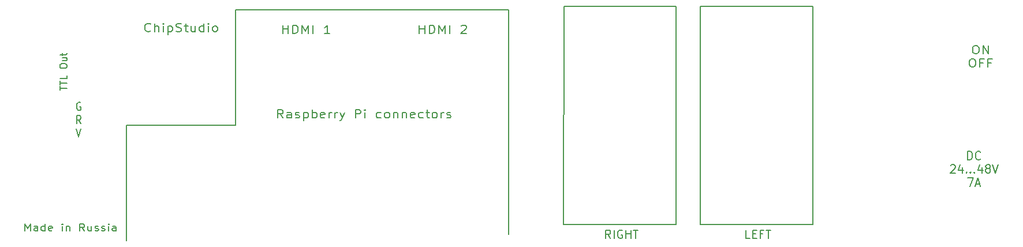
<source format=gbr>
%TF.GenerationSoftware,KiCad,Pcbnew,(5.1.12)-1*%
%TF.CreationDate,2022-01-10T16:23:42+03:00*%
%TF.ProjectId,ADAU1701_backpanel,41444155-3137-4303-915f-6261636b7061,rev?*%
%TF.SameCoordinates,Original*%
%TF.FileFunction,Legend,Top*%
%TF.FilePolarity,Positive*%
%FSLAX46Y46*%
G04 Gerber Fmt 4.6, Leading zero omitted, Abs format (unit mm)*
G04 Created by KiCad (PCBNEW (5.1.12)-1) date 2022-01-10 16:23:42*
%MOMM*%
%LPD*%
G01*
G04 APERTURE LIST*
%ADD10C,0.200000*%
%ADD11C,0.150000*%
%ADD12C,0.180000*%
G04 APERTURE END LIST*
D10*
X161857142Y-136042857D02*
X161285714Y-136042857D01*
X161285714Y-134842857D01*
X162257142Y-135414285D02*
X162657142Y-135414285D01*
X162828571Y-136042857D02*
X162257142Y-136042857D01*
X162257142Y-134842857D01*
X162828571Y-134842857D01*
X163742857Y-135414285D02*
X163342857Y-135414285D01*
X163342857Y-136042857D02*
X163342857Y-134842857D01*
X163914285Y-134842857D01*
X164200000Y-134842857D02*
X164885714Y-134842857D01*
X164542857Y-136042857D02*
X164542857Y-134842857D01*
X141400000Y-136042857D02*
X141000000Y-135471428D01*
X140714285Y-136042857D02*
X140714285Y-134842857D01*
X141171428Y-134842857D01*
X141285714Y-134900000D01*
X141342857Y-134957142D01*
X141400000Y-135071428D01*
X141400000Y-135242857D01*
X141342857Y-135357142D01*
X141285714Y-135414285D01*
X141171428Y-135471428D01*
X140714285Y-135471428D01*
X141914285Y-136042857D02*
X141914285Y-134842857D01*
X143114285Y-134900000D02*
X143000000Y-134842857D01*
X142828571Y-134842857D01*
X142657142Y-134900000D01*
X142542857Y-135014285D01*
X142485714Y-135128571D01*
X142428571Y-135357142D01*
X142428571Y-135528571D01*
X142485714Y-135757142D01*
X142542857Y-135871428D01*
X142657142Y-135985714D01*
X142828571Y-136042857D01*
X142942857Y-136042857D01*
X143114285Y-135985714D01*
X143171428Y-135928571D01*
X143171428Y-135528571D01*
X142942857Y-135528571D01*
X143685714Y-136042857D02*
X143685714Y-134842857D01*
X143685714Y-135414285D02*
X144371428Y-135414285D01*
X144371428Y-136042857D02*
X144371428Y-134842857D01*
X144771428Y-134842857D02*
X145457142Y-134842857D01*
X145114285Y-136042857D02*
X145114285Y-134842857D01*
D11*
X170600000Y-134000000D02*
X171100000Y-134000000D01*
X170600000Y-134000000D02*
X154600000Y-134000000D01*
X171100000Y-102000000D02*
X171100000Y-134000000D01*
X154600000Y-102000000D02*
X154600000Y-134000000D01*
X154600000Y-102000000D02*
X171100000Y-102000000D01*
X151000000Y-134000000D02*
X151050000Y-102000000D01*
X134550000Y-102000000D02*
X134500000Y-134000000D01*
X134500000Y-134000000D02*
X151000000Y-134000000D01*
X134550000Y-102000000D02*
X151050000Y-102000000D01*
X70450000Y-119500000D02*
X70450000Y-136400000D01*
X86450000Y-119500000D02*
X70450000Y-119500000D01*
X86450000Y-102500000D02*
X86450000Y-119500000D01*
X126450000Y-102500000D02*
X86450000Y-102500000D01*
X126450000Y-135500000D02*
X126450000Y-102500000D01*
X60652380Y-114314285D02*
X60652380Y-113742857D01*
X61652380Y-114028571D02*
X60652380Y-114028571D01*
X60652380Y-113552380D02*
X60652380Y-112980952D01*
X61652380Y-113266666D02*
X60652380Y-113266666D01*
X61652380Y-112171428D02*
X61652380Y-112647619D01*
X60652380Y-112647619D01*
X60652380Y-110885714D02*
X60652380Y-110695238D01*
X60700000Y-110600000D01*
X60795238Y-110504761D01*
X60985714Y-110457142D01*
X61319047Y-110457142D01*
X61509523Y-110504761D01*
X61604761Y-110600000D01*
X61652380Y-110695238D01*
X61652380Y-110885714D01*
X61604761Y-110980952D01*
X61509523Y-111076190D01*
X61319047Y-111123809D01*
X60985714Y-111123809D01*
X60795238Y-111076190D01*
X60700000Y-110980952D01*
X60652380Y-110885714D01*
X60985714Y-109600000D02*
X61652380Y-109600000D01*
X60985714Y-110028571D02*
X61509523Y-110028571D01*
X61604761Y-109980952D01*
X61652380Y-109885714D01*
X61652380Y-109742857D01*
X61604761Y-109647619D01*
X61557142Y-109600000D01*
X60985714Y-109266666D02*
X60985714Y-108885714D01*
X60652380Y-109123809D02*
X61509523Y-109123809D01*
X61604761Y-109076190D01*
X61652380Y-108980952D01*
X61652380Y-108885714D01*
X63661904Y-116150000D02*
X63566666Y-116092857D01*
X63423809Y-116092857D01*
X63280952Y-116150000D01*
X63185714Y-116264285D01*
X63138095Y-116378571D01*
X63090476Y-116607142D01*
X63090476Y-116778571D01*
X63138095Y-117007142D01*
X63185714Y-117121428D01*
X63280952Y-117235714D01*
X63423809Y-117292857D01*
X63519047Y-117292857D01*
X63661904Y-117235714D01*
X63709523Y-117178571D01*
X63709523Y-116778571D01*
X63519047Y-116778571D01*
X63709523Y-119242857D02*
X63376190Y-118671428D01*
X63138095Y-119242857D02*
X63138095Y-118042857D01*
X63519047Y-118042857D01*
X63614285Y-118100000D01*
X63661904Y-118157142D01*
X63709523Y-118271428D01*
X63709523Y-118442857D01*
X63661904Y-118557142D01*
X63614285Y-118614285D01*
X63519047Y-118671428D01*
X63138095Y-118671428D01*
X63066666Y-119992857D02*
X63400000Y-121192857D01*
X63733333Y-119992857D01*
X55514285Y-134952380D02*
X55514285Y-133952380D01*
X55914285Y-134666666D01*
X56314285Y-133952380D01*
X56314285Y-134952380D01*
X57400000Y-134952380D02*
X57400000Y-134428571D01*
X57342857Y-134333333D01*
X57228571Y-134285714D01*
X57000000Y-134285714D01*
X56885714Y-134333333D01*
X57400000Y-134904761D02*
X57285714Y-134952380D01*
X57000000Y-134952380D01*
X56885714Y-134904761D01*
X56828571Y-134809523D01*
X56828571Y-134714285D01*
X56885714Y-134619047D01*
X57000000Y-134571428D01*
X57285714Y-134571428D01*
X57400000Y-134523809D01*
X58485714Y-134952380D02*
X58485714Y-133952380D01*
X58485714Y-134904761D02*
X58371428Y-134952380D01*
X58142857Y-134952380D01*
X58028571Y-134904761D01*
X57971428Y-134857142D01*
X57914285Y-134761904D01*
X57914285Y-134476190D01*
X57971428Y-134380952D01*
X58028571Y-134333333D01*
X58142857Y-134285714D01*
X58371428Y-134285714D01*
X58485714Y-134333333D01*
X59514285Y-134904761D02*
X59400000Y-134952380D01*
X59171428Y-134952380D01*
X59057142Y-134904761D01*
X59000000Y-134809523D01*
X59000000Y-134428571D01*
X59057142Y-134333333D01*
X59171428Y-134285714D01*
X59400000Y-134285714D01*
X59514285Y-134333333D01*
X59571428Y-134428571D01*
X59571428Y-134523809D01*
X59000000Y-134619047D01*
X61000000Y-134952380D02*
X61000000Y-134285714D01*
X61000000Y-133952380D02*
X60942857Y-134000000D01*
X61000000Y-134047619D01*
X61057142Y-134000000D01*
X61000000Y-133952380D01*
X61000000Y-134047619D01*
X61571428Y-134285714D02*
X61571428Y-134952380D01*
X61571428Y-134380952D02*
X61628571Y-134333333D01*
X61742857Y-134285714D01*
X61914285Y-134285714D01*
X62028571Y-134333333D01*
X62085714Y-134428571D01*
X62085714Y-134952380D01*
X64257142Y-134952380D02*
X63857142Y-134476190D01*
X63571428Y-134952380D02*
X63571428Y-133952380D01*
X64028571Y-133952380D01*
X64142857Y-134000000D01*
X64200000Y-134047619D01*
X64257142Y-134142857D01*
X64257142Y-134285714D01*
X64200000Y-134380952D01*
X64142857Y-134428571D01*
X64028571Y-134476190D01*
X63571428Y-134476190D01*
X65285714Y-134285714D02*
X65285714Y-134952380D01*
X64771428Y-134285714D02*
X64771428Y-134809523D01*
X64828571Y-134904761D01*
X64942857Y-134952380D01*
X65114285Y-134952380D01*
X65228571Y-134904761D01*
X65285714Y-134857142D01*
X65800000Y-134904761D02*
X65914285Y-134952380D01*
X66142857Y-134952380D01*
X66257142Y-134904761D01*
X66314285Y-134809523D01*
X66314285Y-134761904D01*
X66257142Y-134666666D01*
X66142857Y-134619047D01*
X65971428Y-134619047D01*
X65857142Y-134571428D01*
X65800000Y-134476190D01*
X65800000Y-134428571D01*
X65857142Y-134333333D01*
X65971428Y-134285714D01*
X66142857Y-134285714D01*
X66257142Y-134333333D01*
X66771428Y-134904761D02*
X66885714Y-134952380D01*
X67114285Y-134952380D01*
X67228571Y-134904761D01*
X67285714Y-134809523D01*
X67285714Y-134761904D01*
X67228571Y-134666666D01*
X67114285Y-134619047D01*
X66942857Y-134619047D01*
X66828571Y-134571428D01*
X66771428Y-134476190D01*
X66771428Y-134428571D01*
X66828571Y-134333333D01*
X66942857Y-134285714D01*
X67114285Y-134285714D01*
X67228571Y-134333333D01*
X67800000Y-134952380D02*
X67800000Y-134285714D01*
X67800000Y-133952380D02*
X67742857Y-134000000D01*
X67800000Y-134047619D01*
X67857142Y-134000000D01*
X67800000Y-133952380D01*
X67800000Y-134047619D01*
X68885714Y-134952380D02*
X68885714Y-134428571D01*
X68828571Y-134333333D01*
X68714285Y-134285714D01*
X68485714Y-134285714D01*
X68371428Y-134333333D01*
X68885714Y-134904761D02*
X68771428Y-134952380D01*
X68485714Y-134952380D01*
X68371428Y-134904761D01*
X68314285Y-134809523D01*
X68314285Y-134714285D01*
X68371428Y-134619047D01*
X68485714Y-134571428D01*
X68771428Y-134571428D01*
X68885714Y-134523809D01*
X194833333Y-107777657D02*
X195100000Y-107777657D01*
X195233333Y-107834800D01*
X195366666Y-107949085D01*
X195433333Y-108177657D01*
X195433333Y-108577657D01*
X195366666Y-108806228D01*
X195233333Y-108920514D01*
X195100000Y-108977657D01*
X194833333Y-108977657D01*
X194700000Y-108920514D01*
X194566666Y-108806228D01*
X194500000Y-108577657D01*
X194500000Y-108177657D01*
X194566666Y-107949085D01*
X194700000Y-107834800D01*
X194833333Y-107777657D01*
X196033333Y-108977657D02*
X196033333Y-107777657D01*
X196833333Y-108977657D01*
X196833333Y-107777657D01*
X194366666Y-109727657D02*
X194633333Y-109727657D01*
X194766666Y-109784800D01*
X194900000Y-109899085D01*
X194966666Y-110127657D01*
X194966666Y-110527657D01*
X194900000Y-110756228D01*
X194766666Y-110870514D01*
X194633333Y-110927657D01*
X194366666Y-110927657D01*
X194233333Y-110870514D01*
X194100000Y-110756228D01*
X194033333Y-110527657D01*
X194033333Y-110127657D01*
X194100000Y-109899085D01*
X194233333Y-109784800D01*
X194366666Y-109727657D01*
X196033333Y-110299085D02*
X195566666Y-110299085D01*
X195566666Y-110927657D02*
X195566666Y-109727657D01*
X196233333Y-109727657D01*
X197233333Y-110299085D02*
X196766666Y-110299085D01*
X196766666Y-110927657D02*
X196766666Y-109727657D01*
X197433333Y-109727657D01*
X93383333Y-118392857D02*
X92916666Y-117821428D01*
X92583333Y-118392857D02*
X92583333Y-117192857D01*
X93116666Y-117192857D01*
X93250000Y-117250000D01*
X93316666Y-117307142D01*
X93383333Y-117421428D01*
X93383333Y-117592857D01*
X93316666Y-117707142D01*
X93250000Y-117764285D01*
X93116666Y-117821428D01*
X92583333Y-117821428D01*
X94583333Y-118392857D02*
X94583333Y-117764285D01*
X94516666Y-117650000D01*
X94383333Y-117592857D01*
X94116666Y-117592857D01*
X93983333Y-117650000D01*
X94583333Y-118335714D02*
X94450000Y-118392857D01*
X94116666Y-118392857D01*
X93983333Y-118335714D01*
X93916666Y-118221428D01*
X93916666Y-118107142D01*
X93983333Y-117992857D01*
X94116666Y-117935714D01*
X94450000Y-117935714D01*
X94583333Y-117878571D01*
X95183333Y-118335714D02*
X95316666Y-118392857D01*
X95583333Y-118392857D01*
X95716666Y-118335714D01*
X95783333Y-118221428D01*
X95783333Y-118164285D01*
X95716666Y-118050000D01*
X95583333Y-117992857D01*
X95383333Y-117992857D01*
X95250000Y-117935714D01*
X95183333Y-117821428D01*
X95183333Y-117764285D01*
X95250000Y-117650000D01*
X95383333Y-117592857D01*
X95583333Y-117592857D01*
X95716666Y-117650000D01*
X96383333Y-117592857D02*
X96383333Y-118792857D01*
X96383333Y-117650000D02*
X96516666Y-117592857D01*
X96783333Y-117592857D01*
X96916666Y-117650000D01*
X96983333Y-117707142D01*
X97050000Y-117821428D01*
X97050000Y-118164285D01*
X96983333Y-118278571D01*
X96916666Y-118335714D01*
X96783333Y-118392857D01*
X96516666Y-118392857D01*
X96383333Y-118335714D01*
X97650000Y-118392857D02*
X97650000Y-117192857D01*
X97650000Y-117650000D02*
X97783333Y-117592857D01*
X98050000Y-117592857D01*
X98183333Y-117650000D01*
X98250000Y-117707142D01*
X98316666Y-117821428D01*
X98316666Y-118164285D01*
X98250000Y-118278571D01*
X98183333Y-118335714D01*
X98050000Y-118392857D01*
X97783333Y-118392857D01*
X97650000Y-118335714D01*
X99450000Y-118335714D02*
X99316666Y-118392857D01*
X99050000Y-118392857D01*
X98916666Y-118335714D01*
X98850000Y-118221428D01*
X98850000Y-117764285D01*
X98916666Y-117650000D01*
X99050000Y-117592857D01*
X99316666Y-117592857D01*
X99450000Y-117650000D01*
X99516666Y-117764285D01*
X99516666Y-117878571D01*
X98850000Y-117992857D01*
X100116666Y-118392857D02*
X100116666Y-117592857D01*
X100116666Y-117821428D02*
X100183333Y-117707142D01*
X100250000Y-117650000D01*
X100383333Y-117592857D01*
X100516666Y-117592857D01*
X100983333Y-118392857D02*
X100983333Y-117592857D01*
X100983333Y-117821428D02*
X101050000Y-117707142D01*
X101116666Y-117650000D01*
X101250000Y-117592857D01*
X101383333Y-117592857D01*
X101716666Y-117592857D02*
X102050000Y-118392857D01*
X102383333Y-117592857D02*
X102050000Y-118392857D01*
X101916666Y-118678571D01*
X101850000Y-118735714D01*
X101716666Y-118792857D01*
X103983333Y-118392857D02*
X103983333Y-117192857D01*
X104516666Y-117192857D01*
X104650000Y-117250000D01*
X104716666Y-117307142D01*
X104783333Y-117421428D01*
X104783333Y-117592857D01*
X104716666Y-117707142D01*
X104650000Y-117764285D01*
X104516666Y-117821428D01*
X103983333Y-117821428D01*
X105383333Y-118392857D02*
X105383333Y-117592857D01*
X105383333Y-117192857D02*
X105316666Y-117250000D01*
X105383333Y-117307142D01*
X105450000Y-117250000D01*
X105383333Y-117192857D01*
X105383333Y-117307142D01*
X107716666Y-118335714D02*
X107583333Y-118392857D01*
X107316666Y-118392857D01*
X107183333Y-118335714D01*
X107116666Y-118278571D01*
X107050000Y-118164285D01*
X107050000Y-117821428D01*
X107116666Y-117707142D01*
X107183333Y-117650000D01*
X107316666Y-117592857D01*
X107583333Y-117592857D01*
X107716666Y-117650000D01*
X108516666Y-118392857D02*
X108383333Y-118335714D01*
X108316666Y-118278571D01*
X108250000Y-118164285D01*
X108250000Y-117821428D01*
X108316666Y-117707142D01*
X108383333Y-117650000D01*
X108516666Y-117592857D01*
X108716666Y-117592857D01*
X108850000Y-117650000D01*
X108916666Y-117707142D01*
X108983333Y-117821428D01*
X108983333Y-118164285D01*
X108916666Y-118278571D01*
X108850000Y-118335714D01*
X108716666Y-118392857D01*
X108516666Y-118392857D01*
X109583333Y-117592857D02*
X109583333Y-118392857D01*
X109583333Y-117707142D02*
X109650000Y-117650000D01*
X109783333Y-117592857D01*
X109983333Y-117592857D01*
X110116666Y-117650000D01*
X110183333Y-117764285D01*
X110183333Y-118392857D01*
X110850000Y-117592857D02*
X110850000Y-118392857D01*
X110850000Y-117707142D02*
X110916666Y-117650000D01*
X111050000Y-117592857D01*
X111250000Y-117592857D01*
X111383333Y-117650000D01*
X111450000Y-117764285D01*
X111450000Y-118392857D01*
X112650000Y-118335714D02*
X112516666Y-118392857D01*
X112250000Y-118392857D01*
X112116666Y-118335714D01*
X112050000Y-118221428D01*
X112050000Y-117764285D01*
X112116666Y-117650000D01*
X112250000Y-117592857D01*
X112516666Y-117592857D01*
X112650000Y-117650000D01*
X112716666Y-117764285D01*
X112716666Y-117878571D01*
X112050000Y-117992857D01*
X113916666Y-118335714D02*
X113783333Y-118392857D01*
X113516666Y-118392857D01*
X113383333Y-118335714D01*
X113316666Y-118278571D01*
X113250000Y-118164285D01*
X113250000Y-117821428D01*
X113316666Y-117707142D01*
X113383333Y-117650000D01*
X113516666Y-117592857D01*
X113783333Y-117592857D01*
X113916666Y-117650000D01*
X114316666Y-117592857D02*
X114850000Y-117592857D01*
X114516666Y-117192857D02*
X114516666Y-118221428D01*
X114583333Y-118335714D01*
X114716666Y-118392857D01*
X114850000Y-118392857D01*
X115516666Y-118392857D02*
X115383333Y-118335714D01*
X115316666Y-118278571D01*
X115250000Y-118164285D01*
X115250000Y-117821428D01*
X115316666Y-117707142D01*
X115383333Y-117650000D01*
X115516666Y-117592857D01*
X115716666Y-117592857D01*
X115850000Y-117650000D01*
X115916666Y-117707142D01*
X115983333Y-117821428D01*
X115983333Y-118164285D01*
X115916666Y-118278571D01*
X115850000Y-118335714D01*
X115716666Y-118392857D01*
X115516666Y-118392857D01*
X116583333Y-118392857D02*
X116583333Y-117592857D01*
X116583333Y-117821428D02*
X116650000Y-117707142D01*
X116716666Y-117650000D01*
X116850000Y-117592857D01*
X116983333Y-117592857D01*
X117383333Y-118335714D02*
X117516666Y-118392857D01*
X117783333Y-118392857D01*
X117916666Y-118335714D01*
X117983333Y-118221428D01*
X117983333Y-118164285D01*
X117916666Y-118050000D01*
X117783333Y-117992857D01*
X117583333Y-117992857D01*
X117450000Y-117935714D01*
X117383333Y-117821428D01*
X117383333Y-117764285D01*
X117450000Y-117650000D01*
X117583333Y-117592857D01*
X117783333Y-117592857D01*
X117916666Y-117650000D01*
D12*
X73959183Y-105628571D02*
X73892516Y-105685714D01*
X73692516Y-105742857D01*
X73559183Y-105742857D01*
X73359183Y-105685714D01*
X73225850Y-105571428D01*
X73159183Y-105457142D01*
X73092516Y-105228571D01*
X73092516Y-105057142D01*
X73159183Y-104828571D01*
X73225850Y-104714285D01*
X73359183Y-104600000D01*
X73559183Y-104542857D01*
X73692516Y-104542857D01*
X73892516Y-104600000D01*
X73959183Y-104657142D01*
X74559183Y-105742857D02*
X74559183Y-104542857D01*
X75159183Y-105742857D02*
X75159183Y-105114285D01*
X75092516Y-105000000D01*
X74959183Y-104942857D01*
X74759183Y-104942857D01*
X74625850Y-105000000D01*
X74559183Y-105057142D01*
X75825850Y-105742857D02*
X75825850Y-104942857D01*
X75825850Y-104542857D02*
X75759183Y-104600000D01*
X75825850Y-104657142D01*
X75892516Y-104600000D01*
X75825850Y-104542857D01*
X75825850Y-104657142D01*
X76492516Y-104942857D02*
X76492516Y-106142857D01*
X76492516Y-105000000D02*
X76625850Y-104942857D01*
X76892516Y-104942857D01*
X77025850Y-105000000D01*
X77092516Y-105057142D01*
X77159183Y-105171428D01*
X77159183Y-105514285D01*
X77092516Y-105628571D01*
X77025850Y-105685714D01*
X76892516Y-105742857D01*
X76625850Y-105742857D01*
X76492516Y-105685714D01*
X77692516Y-105685714D02*
X77892516Y-105742857D01*
X78225850Y-105742857D01*
X78359183Y-105685714D01*
X78425850Y-105628571D01*
X78492516Y-105514285D01*
X78492516Y-105400000D01*
X78425850Y-105285714D01*
X78359183Y-105228571D01*
X78225850Y-105171428D01*
X77959183Y-105114285D01*
X77825850Y-105057142D01*
X77759183Y-105000000D01*
X77692516Y-104885714D01*
X77692516Y-104771428D01*
X77759183Y-104657142D01*
X77825850Y-104600000D01*
X77959183Y-104542857D01*
X78292516Y-104542857D01*
X78492516Y-104600000D01*
X78892516Y-104942857D02*
X79425850Y-104942857D01*
X79092516Y-104542857D02*
X79092516Y-105571428D01*
X79159183Y-105685714D01*
X79292516Y-105742857D01*
X79425850Y-105742857D01*
X80492516Y-104942857D02*
X80492516Y-105742857D01*
X79892516Y-104942857D02*
X79892516Y-105571428D01*
X79959183Y-105685714D01*
X80092516Y-105742857D01*
X80292516Y-105742857D01*
X80425850Y-105685714D01*
X80492516Y-105628571D01*
X81759183Y-105742857D02*
X81759183Y-104542857D01*
X81759183Y-105685714D02*
X81625850Y-105742857D01*
X81359183Y-105742857D01*
X81225850Y-105685714D01*
X81159183Y-105628571D01*
X81092516Y-105514285D01*
X81092516Y-105171428D01*
X81159183Y-105057142D01*
X81225850Y-105000000D01*
X81359183Y-104942857D01*
X81625850Y-104942857D01*
X81759183Y-105000000D01*
X82425850Y-105742857D02*
X82425850Y-104942857D01*
X82425850Y-104542857D02*
X82359183Y-104600000D01*
X82425850Y-104657142D01*
X82492516Y-104600000D01*
X82425850Y-104542857D01*
X82425850Y-104657142D01*
X83292516Y-105742857D02*
X83159183Y-105685714D01*
X83092516Y-105628571D01*
X83025850Y-105514285D01*
X83025850Y-105171428D01*
X83092516Y-105057142D01*
X83159183Y-105000000D01*
X83292516Y-104942857D01*
X83492516Y-104942857D01*
X83625850Y-105000000D01*
X83692516Y-105057142D01*
X83759183Y-105171428D01*
X83759183Y-105514285D01*
X83692516Y-105628571D01*
X83625850Y-105685714D01*
X83492516Y-105742857D01*
X83292516Y-105742857D01*
D11*
X113366666Y-105992857D02*
X113366666Y-104792857D01*
X113366666Y-105364285D02*
X114166666Y-105364285D01*
X114166666Y-105992857D02*
X114166666Y-104792857D01*
X114833333Y-105992857D02*
X114833333Y-104792857D01*
X115166666Y-104792857D01*
X115366666Y-104850000D01*
X115500000Y-104964285D01*
X115566666Y-105078571D01*
X115633333Y-105307142D01*
X115633333Y-105478571D01*
X115566666Y-105707142D01*
X115500000Y-105821428D01*
X115366666Y-105935714D01*
X115166666Y-105992857D01*
X114833333Y-105992857D01*
X116233333Y-105992857D02*
X116233333Y-104792857D01*
X116700000Y-105650000D01*
X117166666Y-104792857D01*
X117166666Y-105992857D01*
X117833333Y-105992857D02*
X117833333Y-104792857D01*
X119500000Y-104907142D02*
X119566666Y-104850000D01*
X119700000Y-104792857D01*
X120033333Y-104792857D01*
X120166666Y-104850000D01*
X120233333Y-104907142D01*
X120300000Y-105021428D01*
X120300000Y-105135714D01*
X120233333Y-105307142D01*
X119433333Y-105992857D01*
X120300000Y-105992857D01*
X93316666Y-105992857D02*
X93316666Y-104792857D01*
X93316666Y-105364285D02*
X94116666Y-105364285D01*
X94116666Y-105992857D02*
X94116666Y-104792857D01*
X94783333Y-105992857D02*
X94783333Y-104792857D01*
X95116666Y-104792857D01*
X95316666Y-104850000D01*
X95450000Y-104964285D01*
X95516666Y-105078571D01*
X95583333Y-105307142D01*
X95583333Y-105478571D01*
X95516666Y-105707142D01*
X95450000Y-105821428D01*
X95316666Y-105935714D01*
X95116666Y-105992857D01*
X94783333Y-105992857D01*
X96183333Y-105992857D02*
X96183333Y-104792857D01*
X96650000Y-105650000D01*
X97116666Y-104792857D01*
X97116666Y-105992857D01*
X97783333Y-105992857D02*
X97783333Y-104792857D01*
X100250000Y-105992857D02*
X99450000Y-105992857D01*
X99850000Y-105992857D02*
X99850000Y-104792857D01*
X99716666Y-104964285D01*
X99583333Y-105078571D01*
X99450000Y-105135714D01*
X193785714Y-124519357D02*
X193785714Y-123319357D01*
X194071428Y-123319357D01*
X194242857Y-123376500D01*
X194357142Y-123490785D01*
X194414285Y-123605071D01*
X194471428Y-123833642D01*
X194471428Y-124005071D01*
X194414285Y-124233642D01*
X194357142Y-124347928D01*
X194242857Y-124462214D01*
X194071428Y-124519357D01*
X193785714Y-124519357D01*
X195671428Y-124405071D02*
X195614285Y-124462214D01*
X195442857Y-124519357D01*
X195328571Y-124519357D01*
X195157142Y-124462214D01*
X195042857Y-124347928D01*
X194985714Y-124233642D01*
X194928571Y-124005071D01*
X194928571Y-123833642D01*
X194985714Y-123605071D01*
X195042857Y-123490785D01*
X195157142Y-123376500D01*
X195328571Y-123319357D01*
X195442857Y-123319357D01*
X195614285Y-123376500D01*
X195671428Y-123433642D01*
X191271428Y-125383642D02*
X191328571Y-125326500D01*
X191442857Y-125269357D01*
X191728571Y-125269357D01*
X191842857Y-125326500D01*
X191900000Y-125383642D01*
X191957142Y-125497928D01*
X191957142Y-125612214D01*
X191900000Y-125783642D01*
X191214285Y-126469357D01*
X191957142Y-126469357D01*
X192985714Y-125669357D02*
X192985714Y-126469357D01*
X192700000Y-125212214D02*
X192414285Y-126069357D01*
X193157142Y-126069357D01*
X193614285Y-126355071D02*
X193671428Y-126412214D01*
X193614285Y-126469357D01*
X193557142Y-126412214D01*
X193614285Y-126355071D01*
X193614285Y-126469357D01*
X194185714Y-126355071D02*
X194242857Y-126412214D01*
X194185714Y-126469357D01*
X194128571Y-126412214D01*
X194185714Y-126355071D01*
X194185714Y-126469357D01*
X194757142Y-126355071D02*
X194814285Y-126412214D01*
X194757142Y-126469357D01*
X194700000Y-126412214D01*
X194757142Y-126355071D01*
X194757142Y-126469357D01*
X195842857Y-125669357D02*
X195842857Y-126469357D01*
X195557142Y-125212214D02*
X195271428Y-126069357D01*
X196014285Y-126069357D01*
X196642857Y-125783642D02*
X196528571Y-125726500D01*
X196471428Y-125669357D01*
X196414285Y-125555071D01*
X196414285Y-125497928D01*
X196471428Y-125383642D01*
X196528571Y-125326500D01*
X196642857Y-125269357D01*
X196871428Y-125269357D01*
X196985714Y-125326500D01*
X197042857Y-125383642D01*
X197100000Y-125497928D01*
X197100000Y-125555071D01*
X197042857Y-125669357D01*
X196985714Y-125726500D01*
X196871428Y-125783642D01*
X196642857Y-125783642D01*
X196528571Y-125840785D01*
X196471428Y-125897928D01*
X196414285Y-126012214D01*
X196414285Y-126240785D01*
X196471428Y-126355071D01*
X196528571Y-126412214D01*
X196642857Y-126469357D01*
X196871428Y-126469357D01*
X196985714Y-126412214D01*
X197042857Y-126355071D01*
X197100000Y-126240785D01*
X197100000Y-126012214D01*
X197042857Y-125897928D01*
X196985714Y-125840785D01*
X196871428Y-125783642D01*
X197442857Y-125269357D02*
X197842857Y-126469357D01*
X198242857Y-125269357D01*
X193785714Y-127219357D02*
X194585714Y-127219357D01*
X194071428Y-128419357D01*
X194985714Y-128076500D02*
X195557142Y-128076500D01*
X194871428Y-128419357D02*
X195271428Y-127219357D01*
X195671428Y-128419357D01*
M02*

</source>
